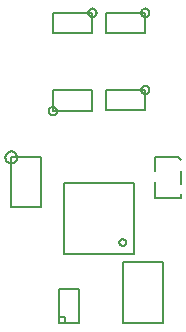
<source format=gbr>
G04 EAGLE Gerber RS-274X export*
G75*
%MOMM*%
%FSLAX34Y34*%
%LPD*%
%INSilkscreen Bottom*%
%IPPOS*%
%AMOC8*
5,1,8,0,0,1.08239X$1,22.5*%
G01*
%ADD10C,0.127000*%
%ADD11C,0.152400*%


D10*
X99343Y32592D02*
X99343Y61592D01*
X82343Y61592D01*
X82343Y37592D01*
X82343Y32592D01*
X87343Y32592D01*
X99343Y32592D01*
X87343Y37592D02*
X82343Y37592D01*
X87343Y37592D02*
X87343Y32592D01*
D11*
X77235Y278188D02*
X77235Y295688D01*
X110735Y295688D01*
X110735Y278188D02*
X77235Y278188D01*
X110735Y278188D02*
X110735Y295688D01*
X107235Y295688D02*
X107237Y295806D01*
X107243Y295924D01*
X107253Y296042D01*
X107267Y296159D01*
X107285Y296276D01*
X107307Y296393D01*
X107332Y296508D01*
X107362Y296622D01*
X107396Y296736D01*
X107433Y296848D01*
X107474Y296959D01*
X107519Y297068D01*
X107567Y297176D01*
X107619Y297282D01*
X107675Y297387D01*
X107734Y297489D01*
X107796Y297589D01*
X107862Y297687D01*
X107931Y297783D01*
X108004Y297877D01*
X108079Y297968D01*
X108158Y298056D01*
X108239Y298142D01*
X108324Y298225D01*
X108411Y298305D01*
X108500Y298382D01*
X108593Y298456D01*
X108687Y298526D01*
X108784Y298594D01*
X108884Y298658D01*
X108985Y298719D01*
X109088Y298776D01*
X109194Y298830D01*
X109301Y298881D01*
X109409Y298927D01*
X109519Y298970D01*
X109631Y299009D01*
X109744Y299045D01*
X109858Y299076D01*
X109973Y299104D01*
X110088Y299128D01*
X110205Y299148D01*
X110322Y299164D01*
X110440Y299176D01*
X110558Y299184D01*
X110676Y299188D01*
X110794Y299188D01*
X110912Y299184D01*
X111030Y299176D01*
X111148Y299164D01*
X111265Y299148D01*
X111382Y299128D01*
X111497Y299104D01*
X111612Y299076D01*
X111726Y299045D01*
X111839Y299009D01*
X111951Y298970D01*
X112061Y298927D01*
X112169Y298881D01*
X112276Y298830D01*
X112382Y298776D01*
X112485Y298719D01*
X112586Y298658D01*
X112686Y298594D01*
X112783Y298526D01*
X112877Y298456D01*
X112970Y298382D01*
X113059Y298305D01*
X113146Y298225D01*
X113231Y298142D01*
X113312Y298056D01*
X113391Y297968D01*
X113466Y297877D01*
X113539Y297783D01*
X113608Y297687D01*
X113674Y297589D01*
X113736Y297489D01*
X113795Y297387D01*
X113851Y297282D01*
X113903Y297176D01*
X113951Y297068D01*
X113996Y296959D01*
X114037Y296848D01*
X114074Y296736D01*
X114108Y296622D01*
X114138Y296508D01*
X114163Y296393D01*
X114185Y296276D01*
X114203Y296159D01*
X114217Y296042D01*
X114227Y295924D01*
X114233Y295806D01*
X114235Y295688D01*
X114233Y295570D01*
X114227Y295452D01*
X114217Y295334D01*
X114203Y295217D01*
X114185Y295100D01*
X114163Y294983D01*
X114138Y294868D01*
X114108Y294754D01*
X114074Y294640D01*
X114037Y294528D01*
X113996Y294417D01*
X113951Y294308D01*
X113903Y294200D01*
X113851Y294094D01*
X113795Y293989D01*
X113736Y293887D01*
X113674Y293787D01*
X113608Y293689D01*
X113539Y293593D01*
X113466Y293499D01*
X113391Y293408D01*
X113312Y293320D01*
X113231Y293234D01*
X113146Y293151D01*
X113059Y293071D01*
X112970Y292994D01*
X112877Y292920D01*
X112783Y292850D01*
X112686Y292782D01*
X112586Y292718D01*
X112485Y292657D01*
X112382Y292600D01*
X112276Y292546D01*
X112169Y292495D01*
X112061Y292449D01*
X111951Y292406D01*
X111839Y292367D01*
X111726Y292331D01*
X111612Y292300D01*
X111497Y292272D01*
X111382Y292248D01*
X111265Y292228D01*
X111148Y292212D01*
X111030Y292200D01*
X110912Y292192D01*
X110794Y292188D01*
X110676Y292188D01*
X110558Y292192D01*
X110440Y292200D01*
X110322Y292212D01*
X110205Y292228D01*
X110088Y292248D01*
X109973Y292272D01*
X109858Y292300D01*
X109744Y292331D01*
X109631Y292367D01*
X109519Y292406D01*
X109409Y292449D01*
X109301Y292495D01*
X109194Y292546D01*
X109088Y292600D01*
X108985Y292657D01*
X108884Y292718D01*
X108784Y292782D01*
X108687Y292850D01*
X108593Y292920D01*
X108500Y292994D01*
X108411Y293071D01*
X108324Y293151D01*
X108239Y293234D01*
X108158Y293320D01*
X108079Y293408D01*
X108004Y293499D01*
X107931Y293593D01*
X107862Y293689D01*
X107796Y293787D01*
X107734Y293887D01*
X107675Y293989D01*
X107619Y294094D01*
X107567Y294200D01*
X107519Y294308D01*
X107474Y294417D01*
X107433Y294528D01*
X107396Y294640D01*
X107362Y294754D01*
X107332Y294868D01*
X107307Y294983D01*
X107285Y295100D01*
X107267Y295217D01*
X107253Y295334D01*
X107243Y295452D01*
X107237Y295570D01*
X107235Y295688D01*
X121939Y295688D02*
X121939Y278188D01*
X121939Y295688D02*
X155439Y295688D01*
X155439Y278188D02*
X121939Y278188D01*
X155439Y278188D02*
X155439Y295688D01*
X151939Y295688D02*
X151941Y295806D01*
X151947Y295924D01*
X151957Y296042D01*
X151971Y296159D01*
X151989Y296276D01*
X152011Y296393D01*
X152036Y296508D01*
X152066Y296622D01*
X152100Y296736D01*
X152137Y296848D01*
X152178Y296959D01*
X152223Y297068D01*
X152271Y297176D01*
X152323Y297282D01*
X152379Y297387D01*
X152438Y297489D01*
X152500Y297589D01*
X152566Y297687D01*
X152635Y297783D01*
X152708Y297877D01*
X152783Y297968D01*
X152862Y298056D01*
X152943Y298142D01*
X153028Y298225D01*
X153115Y298305D01*
X153204Y298382D01*
X153297Y298456D01*
X153391Y298526D01*
X153488Y298594D01*
X153588Y298658D01*
X153689Y298719D01*
X153792Y298776D01*
X153898Y298830D01*
X154005Y298881D01*
X154113Y298927D01*
X154223Y298970D01*
X154335Y299009D01*
X154448Y299045D01*
X154562Y299076D01*
X154677Y299104D01*
X154792Y299128D01*
X154909Y299148D01*
X155026Y299164D01*
X155144Y299176D01*
X155262Y299184D01*
X155380Y299188D01*
X155498Y299188D01*
X155616Y299184D01*
X155734Y299176D01*
X155852Y299164D01*
X155969Y299148D01*
X156086Y299128D01*
X156201Y299104D01*
X156316Y299076D01*
X156430Y299045D01*
X156543Y299009D01*
X156655Y298970D01*
X156765Y298927D01*
X156873Y298881D01*
X156980Y298830D01*
X157086Y298776D01*
X157189Y298719D01*
X157290Y298658D01*
X157390Y298594D01*
X157487Y298526D01*
X157581Y298456D01*
X157674Y298382D01*
X157763Y298305D01*
X157850Y298225D01*
X157935Y298142D01*
X158016Y298056D01*
X158095Y297968D01*
X158170Y297877D01*
X158243Y297783D01*
X158312Y297687D01*
X158378Y297589D01*
X158440Y297489D01*
X158499Y297387D01*
X158555Y297282D01*
X158607Y297176D01*
X158655Y297068D01*
X158700Y296959D01*
X158741Y296848D01*
X158778Y296736D01*
X158812Y296622D01*
X158842Y296508D01*
X158867Y296393D01*
X158889Y296276D01*
X158907Y296159D01*
X158921Y296042D01*
X158931Y295924D01*
X158937Y295806D01*
X158939Y295688D01*
X158937Y295570D01*
X158931Y295452D01*
X158921Y295334D01*
X158907Y295217D01*
X158889Y295100D01*
X158867Y294983D01*
X158842Y294868D01*
X158812Y294754D01*
X158778Y294640D01*
X158741Y294528D01*
X158700Y294417D01*
X158655Y294308D01*
X158607Y294200D01*
X158555Y294094D01*
X158499Y293989D01*
X158440Y293887D01*
X158378Y293787D01*
X158312Y293689D01*
X158243Y293593D01*
X158170Y293499D01*
X158095Y293408D01*
X158016Y293320D01*
X157935Y293234D01*
X157850Y293151D01*
X157763Y293071D01*
X157674Y292994D01*
X157581Y292920D01*
X157487Y292850D01*
X157390Y292782D01*
X157290Y292718D01*
X157189Y292657D01*
X157086Y292600D01*
X156980Y292546D01*
X156873Y292495D01*
X156765Y292449D01*
X156655Y292406D01*
X156543Y292367D01*
X156430Y292331D01*
X156316Y292300D01*
X156201Y292272D01*
X156086Y292248D01*
X155969Y292228D01*
X155852Y292212D01*
X155734Y292200D01*
X155616Y292192D01*
X155498Y292188D01*
X155380Y292188D01*
X155262Y292192D01*
X155144Y292200D01*
X155026Y292212D01*
X154909Y292228D01*
X154792Y292248D01*
X154677Y292272D01*
X154562Y292300D01*
X154448Y292331D01*
X154335Y292367D01*
X154223Y292406D01*
X154113Y292449D01*
X154005Y292495D01*
X153898Y292546D01*
X153792Y292600D01*
X153689Y292657D01*
X153588Y292718D01*
X153488Y292782D01*
X153391Y292850D01*
X153297Y292920D01*
X153204Y292994D01*
X153115Y293071D01*
X153028Y293151D01*
X152943Y293234D01*
X152862Y293320D01*
X152783Y293408D01*
X152708Y293499D01*
X152635Y293593D01*
X152566Y293689D01*
X152500Y293787D01*
X152438Y293887D01*
X152379Y293989D01*
X152323Y294094D01*
X152271Y294200D01*
X152223Y294308D01*
X152178Y294417D01*
X152137Y294528D01*
X152100Y294640D01*
X152066Y294754D01*
X152036Y294868D01*
X152011Y294983D01*
X151989Y295100D01*
X151971Y295217D01*
X151957Y295334D01*
X151947Y295452D01*
X151941Y295570D01*
X151939Y295688D01*
X121939Y230410D02*
X121939Y212910D01*
X121939Y230410D02*
X155439Y230410D01*
X155439Y212910D02*
X121939Y212910D01*
X155439Y212910D02*
X155439Y230410D01*
X151939Y230410D02*
X151941Y230528D01*
X151947Y230646D01*
X151957Y230764D01*
X151971Y230881D01*
X151989Y230998D01*
X152011Y231115D01*
X152036Y231230D01*
X152066Y231344D01*
X152100Y231458D01*
X152137Y231570D01*
X152178Y231681D01*
X152223Y231790D01*
X152271Y231898D01*
X152323Y232004D01*
X152379Y232109D01*
X152438Y232211D01*
X152500Y232311D01*
X152566Y232409D01*
X152635Y232505D01*
X152708Y232599D01*
X152783Y232690D01*
X152862Y232778D01*
X152943Y232864D01*
X153028Y232947D01*
X153115Y233027D01*
X153204Y233104D01*
X153297Y233178D01*
X153391Y233248D01*
X153488Y233316D01*
X153588Y233380D01*
X153689Y233441D01*
X153792Y233498D01*
X153898Y233552D01*
X154005Y233603D01*
X154113Y233649D01*
X154223Y233692D01*
X154335Y233731D01*
X154448Y233767D01*
X154562Y233798D01*
X154677Y233826D01*
X154792Y233850D01*
X154909Y233870D01*
X155026Y233886D01*
X155144Y233898D01*
X155262Y233906D01*
X155380Y233910D01*
X155498Y233910D01*
X155616Y233906D01*
X155734Y233898D01*
X155852Y233886D01*
X155969Y233870D01*
X156086Y233850D01*
X156201Y233826D01*
X156316Y233798D01*
X156430Y233767D01*
X156543Y233731D01*
X156655Y233692D01*
X156765Y233649D01*
X156873Y233603D01*
X156980Y233552D01*
X157086Y233498D01*
X157189Y233441D01*
X157290Y233380D01*
X157390Y233316D01*
X157487Y233248D01*
X157581Y233178D01*
X157674Y233104D01*
X157763Y233027D01*
X157850Y232947D01*
X157935Y232864D01*
X158016Y232778D01*
X158095Y232690D01*
X158170Y232599D01*
X158243Y232505D01*
X158312Y232409D01*
X158378Y232311D01*
X158440Y232211D01*
X158499Y232109D01*
X158555Y232004D01*
X158607Y231898D01*
X158655Y231790D01*
X158700Y231681D01*
X158741Y231570D01*
X158778Y231458D01*
X158812Y231344D01*
X158842Y231230D01*
X158867Y231115D01*
X158889Y230998D01*
X158907Y230881D01*
X158921Y230764D01*
X158931Y230646D01*
X158937Y230528D01*
X158939Y230410D01*
X158937Y230292D01*
X158931Y230174D01*
X158921Y230056D01*
X158907Y229939D01*
X158889Y229822D01*
X158867Y229705D01*
X158842Y229590D01*
X158812Y229476D01*
X158778Y229362D01*
X158741Y229250D01*
X158700Y229139D01*
X158655Y229030D01*
X158607Y228922D01*
X158555Y228816D01*
X158499Y228711D01*
X158440Y228609D01*
X158378Y228509D01*
X158312Y228411D01*
X158243Y228315D01*
X158170Y228221D01*
X158095Y228130D01*
X158016Y228042D01*
X157935Y227956D01*
X157850Y227873D01*
X157763Y227793D01*
X157674Y227716D01*
X157581Y227642D01*
X157487Y227572D01*
X157390Y227504D01*
X157290Y227440D01*
X157189Y227379D01*
X157086Y227322D01*
X156980Y227268D01*
X156873Y227217D01*
X156765Y227171D01*
X156655Y227128D01*
X156543Y227089D01*
X156430Y227053D01*
X156316Y227022D01*
X156201Y226994D01*
X156086Y226970D01*
X155969Y226950D01*
X155852Y226934D01*
X155734Y226922D01*
X155616Y226914D01*
X155498Y226910D01*
X155380Y226910D01*
X155262Y226914D01*
X155144Y226922D01*
X155026Y226934D01*
X154909Y226950D01*
X154792Y226970D01*
X154677Y226994D01*
X154562Y227022D01*
X154448Y227053D01*
X154335Y227089D01*
X154223Y227128D01*
X154113Y227171D01*
X154005Y227217D01*
X153898Y227268D01*
X153792Y227322D01*
X153689Y227379D01*
X153588Y227440D01*
X153488Y227504D01*
X153391Y227572D01*
X153297Y227642D01*
X153204Y227716D01*
X153115Y227793D01*
X153028Y227873D01*
X152943Y227956D01*
X152862Y228042D01*
X152783Y228130D01*
X152708Y228221D01*
X152635Y228315D01*
X152566Y228411D01*
X152500Y228509D01*
X152438Y228609D01*
X152379Y228711D01*
X152323Y228816D01*
X152271Y228922D01*
X152223Y229030D01*
X152178Y229139D01*
X152137Y229250D01*
X152100Y229362D01*
X152066Y229476D01*
X152036Y229590D01*
X152011Y229705D01*
X151989Y229822D01*
X151971Y229939D01*
X151957Y230056D01*
X151947Y230174D01*
X151941Y230292D01*
X151939Y230410D01*
X110725Y229939D02*
X110725Y212439D01*
X77225Y212439D01*
X77225Y229939D02*
X110725Y229939D01*
X77225Y229939D02*
X77225Y212439D01*
X73725Y212439D02*
X73727Y212557D01*
X73733Y212675D01*
X73743Y212793D01*
X73757Y212910D01*
X73775Y213027D01*
X73797Y213144D01*
X73822Y213259D01*
X73852Y213373D01*
X73886Y213487D01*
X73923Y213599D01*
X73964Y213710D01*
X74009Y213819D01*
X74057Y213927D01*
X74109Y214033D01*
X74165Y214138D01*
X74224Y214240D01*
X74286Y214340D01*
X74352Y214438D01*
X74421Y214534D01*
X74494Y214628D01*
X74569Y214719D01*
X74648Y214807D01*
X74729Y214893D01*
X74814Y214976D01*
X74901Y215056D01*
X74990Y215133D01*
X75083Y215207D01*
X75177Y215277D01*
X75274Y215345D01*
X75374Y215409D01*
X75475Y215470D01*
X75578Y215527D01*
X75684Y215581D01*
X75791Y215632D01*
X75899Y215678D01*
X76009Y215721D01*
X76121Y215760D01*
X76234Y215796D01*
X76348Y215827D01*
X76463Y215855D01*
X76578Y215879D01*
X76695Y215899D01*
X76812Y215915D01*
X76930Y215927D01*
X77048Y215935D01*
X77166Y215939D01*
X77284Y215939D01*
X77402Y215935D01*
X77520Y215927D01*
X77638Y215915D01*
X77755Y215899D01*
X77872Y215879D01*
X77987Y215855D01*
X78102Y215827D01*
X78216Y215796D01*
X78329Y215760D01*
X78441Y215721D01*
X78551Y215678D01*
X78659Y215632D01*
X78766Y215581D01*
X78872Y215527D01*
X78975Y215470D01*
X79076Y215409D01*
X79176Y215345D01*
X79273Y215277D01*
X79367Y215207D01*
X79460Y215133D01*
X79549Y215056D01*
X79636Y214976D01*
X79721Y214893D01*
X79802Y214807D01*
X79881Y214719D01*
X79956Y214628D01*
X80029Y214534D01*
X80098Y214438D01*
X80164Y214340D01*
X80226Y214240D01*
X80285Y214138D01*
X80341Y214033D01*
X80393Y213927D01*
X80441Y213819D01*
X80486Y213710D01*
X80527Y213599D01*
X80564Y213487D01*
X80598Y213373D01*
X80628Y213259D01*
X80653Y213144D01*
X80675Y213027D01*
X80693Y212910D01*
X80707Y212793D01*
X80717Y212675D01*
X80723Y212557D01*
X80725Y212439D01*
X80723Y212321D01*
X80717Y212203D01*
X80707Y212085D01*
X80693Y211968D01*
X80675Y211851D01*
X80653Y211734D01*
X80628Y211619D01*
X80598Y211505D01*
X80564Y211391D01*
X80527Y211279D01*
X80486Y211168D01*
X80441Y211059D01*
X80393Y210951D01*
X80341Y210845D01*
X80285Y210740D01*
X80226Y210638D01*
X80164Y210538D01*
X80098Y210440D01*
X80029Y210344D01*
X79956Y210250D01*
X79881Y210159D01*
X79802Y210071D01*
X79721Y209985D01*
X79636Y209902D01*
X79549Y209822D01*
X79460Y209745D01*
X79367Y209671D01*
X79273Y209601D01*
X79176Y209533D01*
X79076Y209469D01*
X78975Y209408D01*
X78872Y209351D01*
X78766Y209297D01*
X78659Y209246D01*
X78551Y209200D01*
X78441Y209157D01*
X78329Y209118D01*
X78216Y209082D01*
X78102Y209051D01*
X77987Y209023D01*
X77872Y208999D01*
X77755Y208979D01*
X77638Y208963D01*
X77520Y208951D01*
X77402Y208943D01*
X77284Y208939D01*
X77166Y208939D01*
X77048Y208943D01*
X76930Y208951D01*
X76812Y208963D01*
X76695Y208979D01*
X76578Y208999D01*
X76463Y209023D01*
X76348Y209051D01*
X76234Y209082D01*
X76121Y209118D01*
X76009Y209157D01*
X75899Y209200D01*
X75791Y209246D01*
X75684Y209297D01*
X75578Y209351D01*
X75475Y209408D01*
X75374Y209469D01*
X75274Y209533D01*
X75177Y209601D01*
X75083Y209671D01*
X74990Y209745D01*
X74901Y209822D01*
X74814Y209902D01*
X74729Y209985D01*
X74648Y210071D01*
X74569Y210159D01*
X74494Y210250D01*
X74421Y210344D01*
X74352Y210440D01*
X74286Y210538D01*
X74224Y210638D01*
X74165Y210740D01*
X74109Y210845D01*
X74057Y210951D01*
X74009Y211059D01*
X73964Y211168D01*
X73923Y211279D01*
X73886Y211391D01*
X73852Y211505D01*
X73822Y211619D01*
X73797Y211734D01*
X73775Y211851D01*
X73757Y211968D01*
X73743Y212085D01*
X73733Y212203D01*
X73727Y212321D01*
X73725Y212439D01*
D10*
X86332Y91158D02*
X146332Y91158D01*
X146332Y151158D01*
X86332Y151158D01*
X86332Y91158D01*
X133504Y101158D02*
X133506Y101264D01*
X133512Y101369D01*
X133522Y101475D01*
X133536Y101579D01*
X133553Y101684D01*
X133575Y101787D01*
X133600Y101890D01*
X133630Y101992D01*
X133663Y102092D01*
X133699Y102191D01*
X133740Y102289D01*
X133784Y102385D01*
X133832Y102479D01*
X133883Y102572D01*
X133937Y102663D01*
X133995Y102751D01*
X134057Y102837D01*
X134121Y102921D01*
X134188Y103003D01*
X134259Y103082D01*
X134332Y103158D01*
X134408Y103231D01*
X134487Y103302D01*
X134569Y103369D01*
X134653Y103433D01*
X134739Y103495D01*
X134827Y103553D01*
X134918Y103607D01*
X135011Y103658D01*
X135105Y103706D01*
X135201Y103750D01*
X135299Y103791D01*
X135398Y103827D01*
X135498Y103860D01*
X135600Y103890D01*
X135703Y103915D01*
X135806Y103937D01*
X135911Y103954D01*
X136015Y103968D01*
X136121Y103978D01*
X136226Y103984D01*
X136332Y103986D01*
X136438Y103984D01*
X136543Y103978D01*
X136649Y103968D01*
X136753Y103954D01*
X136858Y103937D01*
X136961Y103915D01*
X137064Y103890D01*
X137166Y103860D01*
X137266Y103827D01*
X137365Y103791D01*
X137463Y103750D01*
X137559Y103706D01*
X137653Y103658D01*
X137746Y103607D01*
X137837Y103553D01*
X137925Y103495D01*
X138011Y103433D01*
X138095Y103369D01*
X138177Y103302D01*
X138256Y103231D01*
X138332Y103158D01*
X138405Y103082D01*
X138476Y103003D01*
X138543Y102921D01*
X138607Y102837D01*
X138669Y102751D01*
X138727Y102663D01*
X138781Y102572D01*
X138832Y102479D01*
X138880Y102385D01*
X138924Y102289D01*
X138965Y102191D01*
X139001Y102092D01*
X139034Y101992D01*
X139064Y101890D01*
X139089Y101787D01*
X139111Y101684D01*
X139128Y101579D01*
X139142Y101475D01*
X139152Y101369D01*
X139158Y101264D01*
X139160Y101158D01*
X139158Y101052D01*
X139152Y100947D01*
X139142Y100841D01*
X139128Y100737D01*
X139111Y100632D01*
X139089Y100529D01*
X139064Y100426D01*
X139034Y100324D01*
X139001Y100224D01*
X138965Y100125D01*
X138924Y100027D01*
X138880Y99931D01*
X138832Y99837D01*
X138781Y99744D01*
X138727Y99653D01*
X138669Y99565D01*
X138607Y99479D01*
X138543Y99395D01*
X138476Y99313D01*
X138405Y99234D01*
X138332Y99158D01*
X138256Y99085D01*
X138177Y99014D01*
X138095Y98947D01*
X138011Y98883D01*
X137925Y98821D01*
X137837Y98763D01*
X137746Y98709D01*
X137653Y98658D01*
X137559Y98610D01*
X137463Y98566D01*
X137365Y98525D01*
X137266Y98489D01*
X137166Y98456D01*
X137064Y98426D01*
X136961Y98401D01*
X136858Y98379D01*
X136753Y98362D01*
X136649Y98348D01*
X136543Y98338D01*
X136438Y98332D01*
X136332Y98330D01*
X136226Y98332D01*
X136121Y98338D01*
X136015Y98348D01*
X135911Y98362D01*
X135806Y98379D01*
X135703Y98401D01*
X135600Y98426D01*
X135498Y98456D01*
X135398Y98489D01*
X135299Y98525D01*
X135201Y98566D01*
X135105Y98610D01*
X135011Y98658D01*
X134918Y98709D01*
X134827Y98763D01*
X134739Y98821D01*
X134653Y98883D01*
X134569Y98947D01*
X134487Y99014D01*
X134408Y99085D01*
X134332Y99158D01*
X134259Y99234D01*
X134188Y99313D01*
X134121Y99395D01*
X134057Y99479D01*
X133995Y99565D01*
X133937Y99653D01*
X133883Y99744D01*
X133832Y99837D01*
X133784Y99931D01*
X133740Y100027D01*
X133699Y100125D01*
X133663Y100224D01*
X133630Y100324D01*
X133600Y100426D01*
X133575Y100529D01*
X133553Y100632D01*
X133536Y100737D01*
X133522Y100841D01*
X133512Y100947D01*
X133506Y101052D01*
X133504Y101158D01*
D11*
X67434Y173274D02*
X41934Y173274D01*
X41934Y130774D01*
X67434Y130774D02*
X67434Y173274D01*
X67434Y130774D02*
X41934Y130774D01*
X36984Y173274D02*
X36986Y173414D01*
X36992Y173554D01*
X37002Y173694D01*
X37016Y173833D01*
X37033Y173972D01*
X37055Y174111D01*
X37081Y174248D01*
X37110Y174385D01*
X37144Y174521D01*
X37181Y174656D01*
X37222Y174790D01*
X37267Y174923D01*
X37315Y175054D01*
X37368Y175184D01*
X37423Y175313D01*
X37483Y175440D01*
X37546Y175565D01*
X37613Y175688D01*
X37683Y175809D01*
X37756Y175929D01*
X37833Y176046D01*
X37913Y176161D01*
X37996Y176273D01*
X38083Y176384D01*
X38172Y176491D01*
X38265Y176597D01*
X38360Y176699D01*
X38459Y176799D01*
X38560Y176896D01*
X38664Y176990D01*
X38770Y177081D01*
X38879Y177169D01*
X38991Y177254D01*
X39104Y177335D01*
X39220Y177414D01*
X39339Y177489D01*
X39459Y177561D01*
X39581Y177629D01*
X39705Y177694D01*
X39831Y177755D01*
X39959Y177813D01*
X40088Y177867D01*
X40219Y177917D01*
X40351Y177964D01*
X40485Y178007D01*
X40619Y178046D01*
X40755Y178081D01*
X40891Y178113D01*
X41028Y178140D01*
X41167Y178164D01*
X41305Y178184D01*
X41444Y178200D01*
X41584Y178212D01*
X41724Y178220D01*
X41864Y178224D01*
X42004Y178224D01*
X42144Y178220D01*
X42284Y178212D01*
X42424Y178200D01*
X42563Y178184D01*
X42701Y178164D01*
X42840Y178140D01*
X42977Y178113D01*
X43113Y178081D01*
X43249Y178046D01*
X43383Y178007D01*
X43517Y177964D01*
X43649Y177917D01*
X43780Y177867D01*
X43909Y177813D01*
X44037Y177755D01*
X44163Y177694D01*
X44287Y177629D01*
X44409Y177561D01*
X44529Y177489D01*
X44648Y177414D01*
X44764Y177335D01*
X44877Y177254D01*
X44989Y177169D01*
X45098Y177081D01*
X45204Y176990D01*
X45308Y176896D01*
X45409Y176799D01*
X45508Y176699D01*
X45603Y176597D01*
X45696Y176491D01*
X45785Y176384D01*
X45872Y176273D01*
X45955Y176161D01*
X46035Y176046D01*
X46112Y175929D01*
X46185Y175809D01*
X46255Y175688D01*
X46322Y175565D01*
X46385Y175440D01*
X46445Y175313D01*
X46500Y175184D01*
X46553Y175054D01*
X46601Y174923D01*
X46646Y174790D01*
X46687Y174656D01*
X46724Y174521D01*
X46758Y174385D01*
X46787Y174248D01*
X46813Y174111D01*
X46835Y173972D01*
X46852Y173833D01*
X46866Y173694D01*
X46876Y173554D01*
X46882Y173414D01*
X46884Y173274D01*
X46882Y173134D01*
X46876Y172994D01*
X46866Y172854D01*
X46852Y172715D01*
X46835Y172576D01*
X46813Y172437D01*
X46787Y172300D01*
X46758Y172163D01*
X46724Y172027D01*
X46687Y171892D01*
X46646Y171758D01*
X46601Y171625D01*
X46553Y171494D01*
X46500Y171364D01*
X46445Y171235D01*
X46385Y171108D01*
X46322Y170983D01*
X46255Y170860D01*
X46185Y170739D01*
X46112Y170619D01*
X46035Y170502D01*
X45955Y170387D01*
X45872Y170275D01*
X45785Y170164D01*
X45696Y170057D01*
X45603Y169951D01*
X45508Y169849D01*
X45409Y169749D01*
X45308Y169652D01*
X45204Y169558D01*
X45098Y169467D01*
X44989Y169379D01*
X44877Y169294D01*
X44764Y169213D01*
X44648Y169134D01*
X44529Y169059D01*
X44409Y168987D01*
X44287Y168919D01*
X44163Y168854D01*
X44037Y168793D01*
X43909Y168735D01*
X43780Y168681D01*
X43649Y168631D01*
X43517Y168584D01*
X43383Y168541D01*
X43249Y168502D01*
X43113Y168467D01*
X42977Y168435D01*
X42840Y168408D01*
X42701Y168384D01*
X42563Y168364D01*
X42424Y168348D01*
X42284Y168336D01*
X42144Y168328D01*
X42004Y168324D01*
X41864Y168324D01*
X41724Y168328D01*
X41584Y168336D01*
X41444Y168348D01*
X41305Y168364D01*
X41167Y168384D01*
X41028Y168408D01*
X40891Y168435D01*
X40755Y168467D01*
X40619Y168502D01*
X40485Y168541D01*
X40351Y168584D01*
X40219Y168631D01*
X40088Y168681D01*
X39959Y168735D01*
X39831Y168793D01*
X39705Y168854D01*
X39581Y168919D01*
X39459Y168987D01*
X39339Y169059D01*
X39220Y169134D01*
X39104Y169213D01*
X38991Y169294D01*
X38879Y169379D01*
X38770Y169467D01*
X38664Y169558D01*
X38560Y169652D01*
X38459Y169749D01*
X38360Y169849D01*
X38265Y169951D01*
X38172Y170057D01*
X38083Y170164D01*
X37996Y170275D01*
X37913Y170387D01*
X37833Y170502D01*
X37756Y170619D01*
X37683Y170739D01*
X37613Y170860D01*
X37546Y170983D01*
X37483Y171108D01*
X37423Y171235D01*
X37368Y171364D01*
X37315Y171494D01*
X37267Y171625D01*
X37222Y171758D01*
X37181Y171892D01*
X37144Y172027D01*
X37110Y172163D01*
X37081Y172300D01*
X37055Y172437D01*
X37033Y172576D01*
X37016Y172715D01*
X37002Y172854D01*
X36992Y172994D01*
X36986Y173134D01*
X36984Y173274D01*
X170320Y84574D02*
X170320Y32774D01*
X170320Y84574D02*
X137020Y84574D01*
X137020Y32774D01*
X170320Y32774D01*
D10*
X163625Y161337D02*
X163625Y173337D01*
X183125Y173337D01*
X185625Y170837D01*
X185625Y161837D02*
X185625Y150837D01*
X163625Y151837D02*
X163625Y138837D01*
X185625Y138837D01*
X185625Y141837D01*
M02*

</source>
